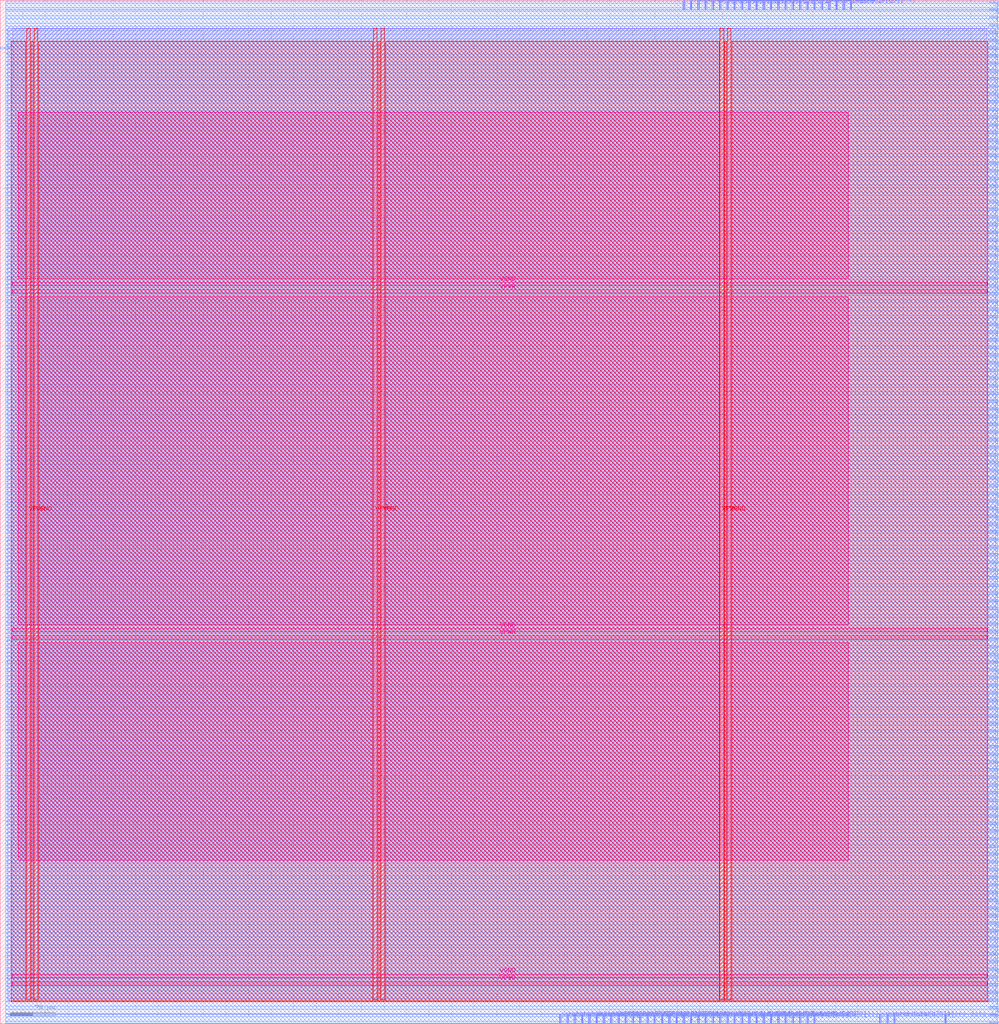
<source format=lef>
VERSION 5.7 ;
  NOWIREEXTENSIONATPIN ON ;
  DIVIDERCHAR "/" ;
  BUSBITCHARS "[]" ;
MACRO core
  CLASS BLOCK ;
  FOREIGN core ;
  ORIGIN 0.000 0.000 ;
  SIZE 442.620 BY 453.340 ;
  PIN VGND
    DIRECTION INOUT ;
    USE GROUND ;
    PORT
      LAYER met4 ;
        RECT 15.020 10.640 16.620 440.880 ;
    END
    PORT
      LAYER met4 ;
        RECT 168.620 10.640 170.220 440.880 ;
    END
    PORT
      LAYER met4 ;
        RECT 322.220 10.640 323.820 440.880 ;
    END
    PORT
      LAYER met5 ;
        RECT 5.280 20.380 437.240 21.980 ;
    END
    PORT
      LAYER met5 ;
        RECT 5.280 173.560 437.240 175.160 ;
    END
    PORT
      LAYER met5 ;
        RECT 5.280 326.740 437.240 328.340 ;
    END
  END VGND
  PIN VPWR
    DIRECTION INOUT ;
    USE POWER ;
    PORT
      LAYER met4 ;
        RECT 11.720 10.640 13.320 440.880 ;
    END
    PORT
      LAYER met4 ;
        RECT 165.320 10.640 166.920 440.880 ;
    END
    PORT
      LAYER met4 ;
        RECT 318.920 10.640 320.520 440.880 ;
    END
    PORT
      LAYER met5 ;
        RECT 5.280 17.080 437.240 18.680 ;
    END
    PORT
      LAYER met5 ;
        RECT 5.280 170.260 437.240 171.860 ;
    END
    PORT
      LAYER met5 ;
        RECT 5.280 323.440 437.240 325.040 ;
    END
  END VPWR
  PIN access_size_o[0]
    DIRECTION OUTPUT TRISTATE ;
    USE SIGNAL ;
    ANTENNADIFFAREA 0.445500 ;
    PORT
      LAYER met3 ;
        RECT 438.620 51.040 442.620 51.640 ;
    END
  END access_size_o[0]
  PIN access_size_o[1]
    DIRECTION OUTPUT TRISTATE ;
    USE SIGNAL ;
    ANTENNADIFFAREA 0.445500 ;
    PORT
      LAYER met3 ;
        RECT 438.620 20.440 442.620 21.040 ;
    END
  END access_size_o[1]
  PIN access_size_o[2]
    DIRECTION OUTPUT TRISTATE ;
    USE SIGNAL ;
    ANTENNADIFFAREA 0.891000 ;
    PORT
      LAYER met3 ;
        RECT 438.620 40.840 442.620 41.440 ;
    END
  END access_size_o[2]
  PIN adr_o[0]
    DIRECTION OUTPUT TRISTATE ;
    USE SIGNAL ;
    ANTENNADIFFAREA 0.445500 ;
    PORT
      LAYER met3 ;
        RECT 438.620 159.840 442.620 160.440 ;
    END
  END adr_o[0]
  PIN adr_o[10]
    DIRECTION OUTPUT TRISTATE ;
    USE SIGNAL ;
    ANTENNADIFFAREA 0.445500 ;
    PORT
      LAYER met3 ;
        RECT 438.620 180.240 442.620 180.840 ;
    END
  END adr_o[10]
  PIN adr_o[11]
    DIRECTION OUTPUT TRISTATE ;
    USE SIGNAL ;
    ANTENNADIFFAREA 0.795200 ;
    PORT
      LAYER met3 ;
        RECT 438.620 241.440 442.620 242.040 ;
    END
  END adr_o[11]
  PIN adr_o[12]
    DIRECTION OUTPUT TRISTATE ;
    USE SIGNAL ;
    ANTENNADIFFAREA 0.891000 ;
    PORT
      LAYER met3 ;
        RECT 438.620 47.640 442.620 48.240 ;
    END
  END adr_o[12]
  PIN adr_o[13]
    DIRECTION OUTPUT TRISTATE ;
    USE SIGNAL ;
    ANTENNADIFFAREA 0.795200 ;
    PORT
      LAYER met3 ;
        RECT 438.620 289.040 442.620 289.640 ;
    END
  END adr_o[13]
  PIN adr_o[14]
    DIRECTION OUTPUT TRISTATE ;
    USE SIGNAL ;
    ANTENNADIFFAREA 0.891000 ;
    PORT
      LAYER met3 ;
        RECT 438.620 306.040 442.620 306.640 ;
    END
  END adr_o[14]
  PIN adr_o[15]
    DIRECTION OUTPUT TRISTATE ;
    USE SIGNAL ;
    ANTENNADIFFAREA 0.795200 ;
    PORT
      LAYER met3 ;
        RECT 438.620 312.840 442.620 313.440 ;
    END
  END adr_o[15]
  PIN adr_o[16]
    DIRECTION OUTPUT TRISTATE ;
    USE SIGNAL ;
    ANTENNADIFFAREA 0.891000 ;
    PORT
      LAYER met3 ;
        RECT 438.620 323.040 442.620 323.640 ;
    END
  END adr_o[16]
  PIN adr_o[17]
    DIRECTION OUTPUT TRISTATE ;
    USE SIGNAL ;
    ANTENNADIFFAREA 0.445500 ;
    PORT
      LAYER met3 ;
        RECT 438.620 340.040 442.620 340.640 ;
    END
  END adr_o[17]
  PIN adr_o[18]
    DIRECTION OUTPUT TRISTATE ;
    USE SIGNAL ;
    ANTENNADIFFAREA 0.445500 ;
    PORT
      LAYER met3 ;
        RECT 438.620 333.240 442.620 333.840 ;
    END
  END adr_o[18]
  PIN adr_o[19]
    DIRECTION OUTPUT TRISTATE ;
    USE SIGNAL ;
    ANTENNADIFFAREA 0.445500 ;
    PORT
      LAYER met3 ;
        RECT 438.620 353.640 442.620 354.240 ;
    END
  END adr_o[19]
  PIN adr_o[1]
    DIRECTION OUTPUT TRISTATE ;
    USE SIGNAL ;
    ANTENNADIFFAREA 0.891000 ;
    PORT
      LAYER met3 ;
        RECT 438.620 153.040 442.620 153.640 ;
    END
  END adr_o[1]
  PIN adr_o[20]
    DIRECTION OUTPUT TRISTATE ;
    USE SIGNAL ;
    ANTENNADIFFAREA 0.445500 ;
    PORT
      LAYER met3 ;
        RECT 438.620 431.840 442.620 432.440 ;
    END
  END adr_o[20]
  PIN adr_o[21]
    DIRECTION OUTPUT TRISTATE ;
    USE SIGNAL ;
    ANTENNADIFFAREA 0.891000 ;
    PORT
      LAYER met3 ;
        RECT 438.620 448.840 442.620 449.440 ;
    END
  END adr_o[21]
  PIN adr_o[22]
    DIRECTION OUTPUT TRISTATE ;
    USE SIGNAL ;
    ANTENNADIFFAREA 0.445500 ;
    PORT
      LAYER met3 ;
        RECT 438.620 360.440 442.620 361.040 ;
    END
  END adr_o[22]
  PIN adr_o[23]
    DIRECTION OUTPUT TRISTATE ;
    USE SIGNAL ;
    ANTENNADIFFAREA 0.445500 ;
    PORT
      LAYER met3 ;
        RECT 438.620 387.640 442.620 388.240 ;
    END
  END adr_o[23]
  PIN adr_o[24]
    DIRECTION OUTPUT TRISTATE ;
    USE SIGNAL ;
    ANTENNADIFFAREA 0.445500 ;
    PORT
      LAYER met3 ;
        RECT 438.620 438.640 442.620 439.240 ;
    END
  END adr_o[24]
  PIN adr_o[25]
    DIRECTION OUTPUT TRISTATE ;
    USE SIGNAL ;
    ANTENNADIFFAREA 0.891000 ;
    PORT
      LAYER met2 ;
        RECT 351.070 449.340 351.350 453.340 ;
    END
  END adr_o[25]
  PIN adr_o[26]
    DIRECTION OUTPUT TRISTATE ;
    USE SIGNAL ;
    ANTENNADIFFAREA 0.891000 ;
    PORT
      LAYER met2 ;
        RECT 344.630 449.340 344.910 453.340 ;
    END
  END adr_o[26]
  PIN adr_o[27]
    DIRECTION OUTPUT TRISTATE ;
    USE SIGNAL ;
    ANTENNADIFFAREA 0.795200 ;
    PORT
      LAYER met2 ;
        RECT 341.410 449.340 341.690 453.340 ;
    END
  END adr_o[27]
  PIN adr_o[28]
    DIRECTION OUTPUT TRISTATE ;
    USE SIGNAL ;
    ANTENNADIFFAREA 0.795200 ;
    PORT
      LAYER met2 ;
        RECT 347.850 449.340 348.130 453.340 ;
    END
  END adr_o[28]
  PIN adr_o[29]
    DIRECTION OUTPUT TRISTATE ;
    USE SIGNAL ;
    ANTENNADIFFAREA 0.891000 ;
    PORT
      LAYER met3 ;
        RECT 438.620 445.440 442.620 446.040 ;
    END
  END adr_o[29]
  PIN adr_o[2]
    DIRECTION OUTPUT TRISTATE ;
    USE SIGNAL ;
    ANTENNADIFFAREA 0.445500 ;
    PORT
      LAYER met3 ;
        RECT 438.620 227.840 442.620 228.440 ;
    END
  END adr_o[2]
  PIN adr_o[30]
    DIRECTION OUTPUT TRISTATE ;
    USE SIGNAL ;
    ANTENNADIFFAREA 1.336500 ;
    PORT
      LAYER met3 ;
        RECT 438.620 408.040 442.620 408.640 ;
    END
  END adr_o[30]
  PIN adr_o[31]
    DIRECTION OUTPUT TRISTATE ;
    USE SIGNAL ;
    ANTENNADIFFAREA 1.782000 ;
    PORT
      LAYER met3 ;
        RECT 438.620 329.840 442.620 330.440 ;
    END
  END adr_o[31]
  PIN adr_o[3]
    DIRECTION OUTPUT TRISTATE ;
    USE SIGNAL ;
    ANTENNADIFFAREA 0.445500 ;
    PORT
      LAYER met3 ;
        RECT 438.620 224.440 442.620 225.040 ;
    END
  END adr_o[3]
  PIN adr_o[4]
    DIRECTION OUTPUT TRISTATE ;
    USE SIGNAL ;
    ANTENNADIFFAREA 0.445500 ;
    PORT
      LAYER met3 ;
        RECT 438.620 217.640 442.620 218.240 ;
    END
  END adr_o[4]
  PIN adr_o[5]
    DIRECTION OUTPUT TRISTATE ;
    USE SIGNAL ;
    ANTENNADIFFAREA 0.891000 ;
    PORT
      LAYER met3 ;
        RECT 438.620 221.040 442.620 221.640 ;
    END
  END adr_o[5]
  PIN adr_o[6]
    DIRECTION OUTPUT TRISTATE ;
    USE SIGNAL ;
    ANTENNADIFFAREA 0.891000 ;
    PORT
      LAYER met3 ;
        RECT 438.620 238.040 442.620 238.640 ;
    END
  END adr_o[6]
  PIN adr_o[7]
    DIRECTION OUTPUT TRISTATE ;
    USE SIGNAL ;
    ANTENNADIFFAREA 0.445500 ;
    PORT
      LAYER met3 ;
        RECT 438.620 231.240 442.620 231.840 ;
    END
  END adr_o[7]
  PIN adr_o[8]
    DIRECTION OUTPUT TRISTATE ;
    USE SIGNAL ;
    ANTENNADIFFAREA 0.445500 ;
    PORT
      LAYER met3 ;
        RECT 438.620 244.840 442.620 245.440 ;
    END
  END adr_o[8]
  PIN adr_o[9]
    DIRECTION OUTPUT TRISTATE ;
    USE SIGNAL ;
    ANTENNADIFFAREA 0.891000 ;
    PORT
      LAYER met3 ;
        RECT 438.620 268.640 442.620 269.240 ;
    END
  END adr_o[9]
  PIN adr_v_o
    DIRECTION OUTPUT TRISTATE ;
    USE SIGNAL ;
    ANTENNADIFFAREA 0.891000 ;
    PORT
      LAYER met3 ;
        RECT 438.620 3.440 442.620 4.040 ;
    END
  END adr_v_o
  PIN clk
    DIRECTION INPUT ;
    USE SIGNAL ;
    ANTENNAGATEAREA 0.852000 ;
    PORT
      LAYER met3 ;
        RECT 0.000 431.840 4.000 432.440 ;
    END
  END clk
  PIN icache_adr_o[0]
    DIRECTION OUTPUT TRISTATE ;
    USE SIGNAL ;
    ANTENNADIFFAREA 0.445500 ;
    PORT
      LAYER met3 ;
        RECT 438.620 204.040 442.620 204.640 ;
    END
  END icache_adr_o[0]
  PIN icache_adr_o[10]
    DIRECTION OUTPUT TRISTATE ;
    USE SIGNAL ;
    ANTENNADIFFAREA 0.891000 ;
    PORT
      LAYER met3 ;
        RECT 438.620 278.840 442.620 279.440 ;
    END
  END icache_adr_o[10]
  PIN icache_adr_o[11]
    DIRECTION OUTPUT TRISTATE ;
    USE SIGNAL ;
    ANTENNADIFFAREA 1.336500 ;
    PORT
      LAYER met3 ;
        RECT 438.620 285.640 442.620 286.240 ;
    END
  END icache_adr_o[11]
  PIN icache_adr_o[12]
    DIRECTION OUTPUT TRISTATE ;
    USE SIGNAL ;
    ANTENNADIFFAREA 0.891000 ;
    PORT
      LAYER met3 ;
        RECT 438.620 302.640 442.620 303.240 ;
    END
  END icache_adr_o[12]
  PIN icache_adr_o[13]
    DIRECTION OUTPUT TRISTATE ;
    USE SIGNAL ;
    ANTENNADIFFAREA 0.891000 ;
    PORT
      LAYER met3 ;
        RECT 438.620 435.240 442.620 435.840 ;
    END
  END icache_adr_o[13]
  PIN icache_adr_o[14]
    DIRECTION OUTPUT TRISTATE ;
    USE SIGNAL ;
    ANTENNADIFFAREA 0.795200 ;
    PORT
      LAYER met3 ;
        RECT 438.620 316.240 442.620 316.840 ;
    END
  END icache_adr_o[14]
  PIN icache_adr_o[15]
    DIRECTION OUTPUT TRISTATE ;
    USE SIGNAL ;
    ANTENNADIFFAREA 0.445500 ;
    PORT
      LAYER met3 ;
        RECT 438.620 414.840 442.620 415.440 ;
    END
  END icache_adr_o[15]
  PIN icache_adr_o[16]
    DIRECTION OUTPUT TRISTATE ;
    USE SIGNAL ;
    ANTENNADIFFAREA 0.891000 ;
    PORT
      LAYER met3 ;
        RECT 438.620 442.040 442.620 442.640 ;
    END
  END icache_adr_o[16]
  PIN icache_adr_o[17]
    DIRECTION OUTPUT TRISTATE ;
    USE SIGNAL ;
    ANTENNADIFFAREA 0.445500 ;
    PORT
      LAYER met3 ;
        RECT 438.620 401.240 442.620 401.840 ;
    END
  END icache_adr_o[17]
  PIN icache_adr_o[18]
    DIRECTION OUTPUT TRISTATE ;
    USE SIGNAL ;
    ANTENNADIFFAREA 0.445500 ;
    PORT
      LAYER met3 ;
        RECT 438.620 346.840 442.620 347.440 ;
    END
  END icache_adr_o[18]
  PIN icache_adr_o[19]
    DIRECTION OUTPUT TRISTATE ;
    USE SIGNAL ;
    ANTENNADIFFAREA 0.445500 ;
    PORT
      LAYER met3 ;
        RECT 438.620 394.440 442.620 395.040 ;
    END
  END icache_adr_o[19]
  PIN icache_adr_o[1]
    DIRECTION OUTPUT TRISTATE ;
    USE SIGNAL ;
    ANTENNADIFFAREA 0.445500 ;
    PORT
      LAYER met3 ;
        RECT 438.620 197.240 442.620 197.840 ;
    END
  END icache_adr_o[1]
  PIN icache_adr_o[20]
    DIRECTION OUTPUT TRISTATE ;
    USE SIGNAL ;
    ANTENNADIFFAREA 0.445500 ;
    PORT
      LAYER met3 ;
        RECT 438.620 411.440 442.620 412.040 ;
    END
  END icache_adr_o[20]
  PIN icache_adr_o[21]
    DIRECTION OUTPUT TRISTATE ;
    USE SIGNAL ;
    ANTENNADIFFAREA 0.891000 ;
    PORT
      LAYER met3 ;
        RECT 438.620 377.440 442.620 378.040 ;
    END
  END icache_adr_o[21]
  PIN icache_adr_o[22]
    DIRECTION OUTPUT TRISTATE ;
    USE SIGNAL ;
    ANTENNADIFFAREA 0.445500 ;
    PORT
      LAYER met3 ;
        RECT 438.620 397.840 442.620 398.440 ;
    END
  END icache_adr_o[22]
  PIN icache_adr_o[23]
    DIRECTION OUTPUT TRISTATE ;
    USE SIGNAL ;
    ANTENNADIFFAREA 0.445500 ;
    PORT
      LAYER met3 ;
        RECT 438.620 418.240 442.620 418.840 ;
    END
  END icache_adr_o[23]
  PIN icache_adr_o[24]
    DIRECTION OUTPUT TRISTATE ;
    USE SIGNAL ;
    ANTENNADIFFAREA 0.891000 ;
    PORT
      LAYER met2 ;
        RECT 376.830 449.340 377.110 453.340 ;
    END
  END icache_adr_o[24]
  PIN icache_adr_o[25]
    DIRECTION OUTPUT TRISTATE ;
    USE SIGNAL ;
    ANTENNADIFFAREA 0.445500 ;
    PORT
      LAYER met3 ;
        RECT 438.620 425.040 442.620 425.640 ;
    END
  END icache_adr_o[25]
  PIN icache_adr_o[26]
    DIRECTION OUTPUT TRISTATE ;
    USE SIGNAL ;
    ANTENNADIFFAREA 0.891000 ;
    PORT
      LAYER met2 ;
        RECT 370.390 449.340 370.670 453.340 ;
    END
  END icache_adr_o[26]
  PIN icache_adr_o[27]
    DIRECTION OUTPUT TRISTATE ;
    USE SIGNAL ;
    ANTENNADIFFAREA 0.795200 ;
    PORT
      LAYER met2 ;
        RECT 354.290 449.340 354.570 453.340 ;
    END
  END icache_adr_o[27]
  PIN icache_adr_o[28]
    DIRECTION OUTPUT TRISTATE ;
    USE SIGNAL ;
    ANTENNADIFFAREA 0.795200 ;
    PORT
      LAYER met2 ;
        RECT 367.170 449.340 367.450 453.340 ;
    END
  END icache_adr_o[28]
  PIN icache_adr_o[29]
    DIRECTION OUTPUT TRISTATE ;
    USE SIGNAL ;
    ANTENNADIFFAREA 0.445500 ;
    PORT
      LAYER met3 ;
        RECT 438.620 374.040 442.620 374.640 ;
    END
  END icache_adr_o[29]
  PIN icache_adr_o[2]
    DIRECTION OUTPUT TRISTATE ;
    USE SIGNAL ;
    ANTENNADIFFAREA 0.445500 ;
    PORT
      LAYER met3 ;
        RECT 438.620 207.440 442.620 208.040 ;
    END
  END icache_adr_o[2]
  PIN icache_adr_o[30]
    DIRECTION OUTPUT TRISTATE ;
    USE SIGNAL ;
    ANTENNADIFFAREA 1.336500 ;
    PORT
      LAYER met3 ;
        RECT 438.620 336.640 442.620 337.240 ;
    END
  END icache_adr_o[30]
  PIN icache_adr_o[31]
    DIRECTION OUTPUT TRISTATE ;
    USE SIGNAL ;
    ANTENNADIFFAREA 0.795200 ;
    PORT
      LAYER met3 ;
        RECT 438.620 326.440 442.620 327.040 ;
    END
  END icache_adr_o[31]
  PIN icache_adr_o[3]
    DIRECTION OUTPUT TRISTATE ;
    USE SIGNAL ;
    ANTENNADIFFAREA 0.445500 ;
    PORT
      LAYER met3 ;
        RECT 438.620 91.840 442.620 92.440 ;
    END
  END icache_adr_o[3]
  PIN icache_adr_o[4]
    DIRECTION OUTPUT TRISTATE ;
    USE SIGNAL ;
    ANTENNADIFFAREA 0.445500 ;
    PORT
      LAYER met3 ;
        RECT 438.620 44.240 442.620 44.840 ;
    END
  END icache_adr_o[4]
  PIN icache_adr_o[5]
    DIRECTION OUTPUT TRISTATE ;
    USE SIGNAL ;
    ANTENNADIFFAREA 0.445500 ;
    PORT
      LAYER met3 ;
        RECT 438.620 248.240 442.620 248.840 ;
    END
  END icache_adr_o[5]
  PIN icache_adr_o[6]
    DIRECTION OUTPUT TRISTATE ;
    USE SIGNAL ;
    ANTENNADIFFAREA 0.891000 ;
    PORT
      LAYER met3 ;
        RECT 438.620 88.440 442.620 89.040 ;
    END
  END icache_adr_o[6]
  PIN icache_adr_o[7]
    DIRECTION OUTPUT TRISTATE ;
    USE SIGNAL ;
    ANTENNADIFFAREA 0.795200 ;
    PORT
      LAYER met3 ;
        RECT 438.620 234.640 442.620 235.240 ;
    END
  END icache_adr_o[7]
  PIN icache_adr_o[8]
    DIRECTION OUTPUT TRISTATE ;
    USE SIGNAL ;
    ANTENNADIFFAREA 0.891000 ;
    PORT
      LAYER met3 ;
        RECT 438.620 255.040 442.620 255.640 ;
    END
  END icache_adr_o[8]
  PIN icache_adr_o[9]
    DIRECTION OUTPUT TRISTATE ;
    USE SIGNAL ;
    ANTENNADIFFAREA 0.891000 ;
    PORT
      LAYER met3 ;
        RECT 438.620 272.040 442.620 272.640 ;
    END
  END icache_adr_o[9]
  PIN icache_instr_i[0]
    DIRECTION INPUT ;
    USE SIGNAL ;
    ANTENNAGATEAREA 0.196500 ;
    PORT
      LAYER met2 ;
        RECT 299.550 0.000 299.830 4.000 ;
    END
  END icache_instr_i[0]
  PIN icache_instr_i[10]
    DIRECTION INPUT ;
    USE SIGNAL ;
    ANTENNAGATEAREA 0.126000 ;
    PORT
      LAYER met2 ;
        RECT 248.030 0.000 248.310 4.000 ;
    END
  END icache_instr_i[10]
  PIN icache_instr_i[11]
    DIRECTION INPUT ;
    USE SIGNAL ;
    ANTENNAGATEAREA 0.213000 ;
    PORT
      LAYER met3 ;
        RECT 438.620 85.040 442.620 85.640 ;
    END
  END icache_instr_i[11]
  PIN icache_instr_i[12]
    DIRECTION INPUT ;
    USE SIGNAL ;
    ANTENNAGATEAREA 0.196500 ;
    PORT
      LAYER met2 ;
        RECT 289.890 0.000 290.170 4.000 ;
    END
  END icache_instr_i[12]
  PIN icache_instr_i[13]
    DIRECTION INPUT ;
    USE SIGNAL ;
    ANTENNAGATEAREA 0.196500 ;
    PORT
      LAYER met2 ;
        RECT 251.250 0.000 251.530 4.000 ;
    END
  END icache_instr_i[13]
  PIN icache_instr_i[14]
    DIRECTION INPUT ;
    USE SIGNAL ;
    ANTENNAGATEAREA 0.196500 ;
    PORT
      LAYER met2 ;
        RECT 296.330 0.000 296.610 4.000 ;
    END
  END icache_instr_i[14]
  PIN icache_instr_i[15]
    DIRECTION INPUT ;
    USE SIGNAL ;
    ANTENNAGATEAREA 0.213000 ;
    PORT
      LAYER met3 ;
        RECT 438.620 34.040 442.620 34.640 ;
    END
  END icache_instr_i[15]
  PIN icache_instr_i[16]
    DIRECTION INPUT ;
    USE SIGNAL ;
    ANTENNAGATEAREA 0.159000 ;
    PORT
      LAYER met3 ;
        RECT 438.620 10.240 442.620 10.840 ;
    END
  END icache_instr_i[16]
  PIN icache_instr_i[17]
    DIRECTION INPUT ;
    USE SIGNAL ;
    ANTENNAGATEAREA 0.159000 ;
    PORT
      LAYER met3 ;
        RECT 438.620 17.040 442.620 17.640 ;
    END
  END icache_instr_i[17]
  PIN icache_instr_i[18]
    DIRECTION INPUT ;
    USE SIGNAL ;
    ANTENNAGATEAREA 0.159000 ;
    PORT
      LAYER met3 ;
        RECT 438.620 64.640 442.620 65.240 ;
    END
  END icache_instr_i[18]
  PIN icache_instr_i[19]
    DIRECTION INPUT ;
    USE SIGNAL ;
    ANTENNAGATEAREA 0.159000 ;
    PORT
      LAYER met3 ;
        RECT 438.620 27.240 442.620 27.840 ;
    END
  END icache_instr_i[19]
  PIN icache_instr_i[1]
    DIRECTION INPUT ;
    USE SIGNAL ;
    ANTENNAGATEAREA 0.196500 ;
    PORT
      LAYER met2 ;
        RECT 312.430 0.000 312.710 4.000 ;
    END
  END icache_instr_i[1]
  PIN icache_instr_i[20]
    DIRECTION INPUT ;
    USE SIGNAL ;
    ANTENNAGATEAREA 0.196500 ;
    PORT
      LAYER met2 ;
        RECT 286.670 0.000 286.950 4.000 ;
    END
  END icache_instr_i[20]
  PIN icache_instr_i[21]
    DIRECTION INPUT ;
    USE SIGNAL ;
    ANTENNAGATEAREA 0.196500 ;
    PORT
      LAYER met2 ;
        RECT 260.910 0.000 261.190 4.000 ;
    END
  END icache_instr_i[21]
  PIN icache_instr_i[22]
    DIRECTION INPUT ;
    USE SIGNAL ;
    ANTENNAGATEAREA 0.196500 ;
    PORT
      LAYER met2 ;
        RECT 270.570 0.000 270.850 4.000 ;
    END
  END icache_instr_i[22]
  PIN icache_instr_i[23]
    DIRECTION INPUT ;
    USE SIGNAL ;
    ANTENNAGATEAREA 0.213000 ;
    PORT
      LAYER met2 ;
        RECT 267.350 0.000 267.630 4.000 ;
    END
  END icache_instr_i[23]
  PIN icache_instr_i[24]
    DIRECTION INPUT ;
    USE SIGNAL ;
    ANTENNAGATEAREA 0.196500 ;
    PORT
      LAYER met2 ;
        RECT 264.130 0.000 264.410 4.000 ;
    END
  END icache_instr_i[24]
  PIN icache_instr_i[25]
    DIRECTION INPUT ;
    USE SIGNAL ;
    ANTENNAGATEAREA 0.213000 ;
    PORT
      LAYER met3 ;
        RECT 438.620 74.840 442.620 75.440 ;
    END
  END icache_instr_i[25]
  PIN icache_instr_i[26]
    DIRECTION INPUT ;
    USE SIGNAL ;
    ANTENNAGATEAREA 0.213000 ;
    PORT
      LAYER met3 ;
        RECT 438.620 95.240 442.620 95.840 ;
    END
  END icache_instr_i[26]
  PIN icache_instr_i[27]
    DIRECTION INPUT ;
    USE SIGNAL ;
    ANTENNAGATEAREA 0.196500 ;
    PORT
      LAYER met2 ;
        RECT 283.450 0.000 283.730 4.000 ;
    END
  END icache_instr_i[27]
  PIN icache_instr_i[28]
    DIRECTION INPUT ;
    USE SIGNAL ;
    ANTENNAGATEAREA 0.196500 ;
    PORT
      LAYER met2 ;
        RECT 273.790 0.000 274.070 4.000 ;
    END
  END icache_instr_i[28]
  PIN icache_instr_i[29]
    DIRECTION INPUT ;
    USE SIGNAL ;
    ANTENNAGATEAREA 0.196500 ;
    PORT
      LAYER met2 ;
        RECT 305.990 0.000 306.270 4.000 ;
    END
  END icache_instr_i[29]
  PIN icache_instr_i[2]
    DIRECTION INPUT ;
    USE SIGNAL ;
    ANTENNAGATEAREA 0.196500 ;
    PORT
      LAYER met2 ;
        RECT 309.210 0.000 309.490 4.000 ;
    END
  END icache_instr_i[2]
  PIN icache_instr_i[30]
    DIRECTION INPUT ;
    USE SIGNAL ;
    ANTENNAGATEAREA 0.196500 ;
    PORT
      LAYER met2 ;
        RECT 277.010 0.000 277.290 4.000 ;
    END
  END icache_instr_i[30]
  PIN icache_instr_i[31]
    DIRECTION INPUT ;
    USE SIGNAL ;
    ANTENNAGATEAREA 0.196500 ;
    PORT
      LAYER met2 ;
        RECT 280.230 0.000 280.510 4.000 ;
    END
  END icache_instr_i[31]
  PIN icache_instr_i[3]
    DIRECTION INPUT ;
    USE SIGNAL ;
    ANTENNAGATEAREA 0.196500 ;
    PORT
      LAYER met2 ;
        RECT 315.650 0.000 315.930 4.000 ;
    END
  END icache_instr_i[3]
  PIN icache_instr_i[4]
    DIRECTION INPUT ;
    USE SIGNAL ;
    ANTENNAGATEAREA 0.196500 ;
    PORT
      LAYER met2 ;
        RECT 293.110 0.000 293.390 4.000 ;
    END
  END icache_instr_i[4]
  PIN icache_instr_i[5]
    DIRECTION INPUT ;
    USE SIGNAL ;
    ANTENNAGATEAREA 0.196500 ;
    PORT
      LAYER met2 ;
        RECT 302.770 0.000 303.050 4.000 ;
    END
  END icache_instr_i[5]
  PIN icache_instr_i[6]
    DIRECTION INPUT ;
    USE SIGNAL ;
    ANTENNAGATEAREA 0.196500 ;
    PORT
      LAYER met2 ;
        RECT 254.470 0.000 254.750 4.000 ;
    END
  END icache_instr_i[6]
  PIN icache_instr_i[7]
    DIRECTION INPUT ;
    USE SIGNAL ;
    ANTENNAGATEAREA 0.196500 ;
    PORT
      LAYER met2 ;
        RECT 257.690 0.000 257.970 4.000 ;
    END
  END icache_instr_i[7]
  PIN icache_instr_i[8]
    DIRECTION INPUT ;
    USE SIGNAL ;
    ANTENNAGATEAREA 0.126000 ;
    PORT
      LAYER met3 ;
        RECT 438.620 183.640 442.620 184.240 ;
    END
  END icache_instr_i[8]
  PIN icache_instr_i[9]
    DIRECTION INPUT ;
    USE SIGNAL ;
    ANTENNAGATEAREA 0.126000 ;
    PORT
      LAYER met3 ;
        RECT 438.620 187.040 442.620 187.640 ;
    END
  END icache_instr_i[9]
  PIN is_store_o
    DIRECTION OUTPUT TRISTATE ;
    USE SIGNAL ;
    ANTENNADIFFAREA 0.445500 ;
    PORT
      LAYER met3 ;
        RECT 438.620 193.840 442.620 194.440 ;
    END
  END is_store_o
  PIN load_data_i[0]
    DIRECTION INPUT ;
    USE SIGNAL ;
    ANTENNAGATEAREA 0.196500 ;
    PORT
      LAYER met3 ;
        RECT 438.620 119.040 442.620 119.640 ;
    END
  END load_data_i[0]
  PIN load_data_i[10]
    DIRECTION INPUT ;
    USE SIGNAL ;
    ANTENNAGATEAREA 0.196500 ;
    PORT
      LAYER met3 ;
        RECT 438.620 170.040 442.620 170.640 ;
    END
  END load_data_i[10]
  PIN load_data_i[11]
    DIRECTION INPUT ;
    USE SIGNAL ;
    ANTENNAGATEAREA 0.196500 ;
    PORT
      LAYER met3 ;
        RECT 438.620 142.840 442.620 143.440 ;
    END
  END load_data_i[11]
  PIN load_data_i[12]
    DIRECTION INPUT ;
    USE SIGNAL ;
    ANTENNAGATEAREA 0.196500 ;
    PORT
      LAYER met3 ;
        RECT 438.620 163.240 442.620 163.840 ;
    END
  END load_data_i[12]
  PIN load_data_i[13]
    DIRECTION INPUT ;
    USE SIGNAL ;
    ANTENNAGATEAREA 0.196500 ;
    PORT
      LAYER met3 ;
        RECT 438.620 156.440 442.620 157.040 ;
    END
  END load_data_i[13]
  PIN load_data_i[14]
    DIRECTION INPUT ;
    USE SIGNAL ;
    ANTENNAGATEAREA 0.126000 ;
    PORT
      LAYER met3 ;
        RECT 438.620 122.440 442.620 123.040 ;
    END
  END load_data_i[14]
  PIN load_data_i[15]
    DIRECTION INPUT ;
    USE SIGNAL ;
    ANTENNAGATEAREA 0.213000 ;
    PORT
      LAYER met3 ;
        RECT 438.620 112.240 442.620 112.840 ;
    END
  END load_data_i[15]
  PIN load_data_i[16]
    DIRECTION INPUT ;
    USE SIGNAL ;
    ANTENNAGATEAREA 0.213000 ;
    PORT
      LAYER met3 ;
        RECT 438.620 98.640 442.620 99.240 ;
    END
  END load_data_i[16]
  PIN load_data_i[17]
    DIRECTION INPUT ;
    USE SIGNAL ;
    ANTENNAGATEAREA 0.213000 ;
    PORT
      LAYER met3 ;
        RECT 438.620 54.440 442.620 55.040 ;
    END
  END load_data_i[17]
  PIN load_data_i[18]
    DIRECTION INPUT ;
    USE SIGNAL ;
    ANTENNAGATEAREA 0.213000 ;
    PORT
      LAYER met3 ;
        RECT 438.620 68.040 442.620 68.640 ;
    END
  END load_data_i[18]
  PIN load_data_i[19]
    DIRECTION INPUT ;
    USE SIGNAL ;
    ANTENNAGATEAREA 0.126000 ;
    PORT
      LAYER met3 ;
        RECT 438.620 132.640 442.620 133.240 ;
    END
  END load_data_i[19]
  PIN load_data_i[1]
    DIRECTION INPUT ;
    USE SIGNAL ;
    ANTENNAGATEAREA 0.196500 ;
    PORT
      LAYER met3 ;
        RECT 438.620 146.240 442.620 146.840 ;
    END
  END load_data_i[1]
  PIN load_data_i[20]
    DIRECTION INPUT ;
    USE SIGNAL ;
    ANTENNAGATEAREA 0.159000 ;
    PORT
      LAYER met3 ;
        RECT 438.620 30.640 442.620 31.240 ;
    END
  END load_data_i[20]
  PIN load_data_i[21]
    DIRECTION INPUT ;
    USE SIGNAL ;
    ANTENNAGATEAREA 0.213000 ;
    PORT
      LAYER met3 ;
        RECT 438.620 81.640 442.620 82.240 ;
    END
  END load_data_i[21]
  PIN load_data_i[22]
    DIRECTION INPUT ;
    USE SIGNAL ;
    ANTENNAGATEAREA 0.213000 ;
    PORT
      LAYER met3 ;
        RECT 438.620 71.440 442.620 72.040 ;
    END
  END load_data_i[22]
  PIN load_data_i[23]
    DIRECTION INPUT ;
    USE SIGNAL ;
    ANTENNAGATEAREA 0.247500 ;
    PORT
      LAYER met3 ;
        RECT 438.620 23.840 442.620 24.440 ;
    END
  END load_data_i[23]
  PIN load_data_i[24]
    DIRECTION INPUT ;
    USE SIGNAL ;
    ANTENNAGATEAREA 0.213000 ;
    PORT
      LAYER met3 ;
        RECT 438.620 78.240 442.620 78.840 ;
    END
  END load_data_i[24]
  PIN load_data_i[25]
    DIRECTION INPUT ;
    USE SIGNAL ;
    ANTENNAGATEAREA 0.159000 ;
    PORT
      LAYER met3 ;
        RECT 438.620 61.240 442.620 61.840 ;
    END
  END load_data_i[25]
  PIN load_data_i[26]
    DIRECTION INPUT ;
    USE SIGNAL ;
    ANTENNAGATEAREA 0.213000 ;
    PORT
      LAYER met3 ;
        RECT 438.620 105.440 442.620 106.040 ;
    END
  END load_data_i[26]
  PIN load_data_i[27]
    DIRECTION INPUT ;
    USE SIGNAL ;
    ANTENNAGATEAREA 0.159000 ;
    PORT
      LAYER met3 ;
        RECT 438.620 57.840 442.620 58.440 ;
    END
  END load_data_i[27]
  PIN load_data_i[28]
    DIRECTION INPUT ;
    USE SIGNAL ;
    ANTENNAGATEAREA 0.159000 ;
    PORT
      LAYER met3 ;
        RECT 438.620 37.440 442.620 38.040 ;
    END
  END load_data_i[28]
  PIN load_data_i[29]
    DIRECTION INPUT ;
    USE SIGNAL ;
    ANTENNAGATEAREA 0.213000 ;
    PORT
      LAYER met3 ;
        RECT 438.620 125.840 442.620 126.440 ;
    END
  END load_data_i[29]
  PIN load_data_i[2]
    DIRECTION INPUT ;
    USE SIGNAL ;
    ANTENNAGATEAREA 0.196500 ;
    PORT
      LAYER met3 ;
        RECT 438.620 176.840 442.620 177.440 ;
    END
  END load_data_i[2]
  PIN load_data_i[30]
    DIRECTION INPUT ;
    USE SIGNAL ;
    ANTENNAGATEAREA 0.159000 ;
    PORT
      LAYER met3 ;
        RECT 438.620 6.840 442.620 7.440 ;
    END
  END load_data_i[30]
  PIN load_data_i[31]
    DIRECTION INPUT ;
    USE SIGNAL ;
    ANTENNAGATEAREA 0.159000 ;
    PORT
      LAYER met3 ;
        RECT 438.620 108.840 442.620 109.440 ;
    END
  END load_data_i[31]
  PIN load_data_i[3]
    DIRECTION INPUT ;
    USE SIGNAL ;
    ANTENNAGATEAREA 0.196500 ;
    PORT
      LAYER met3 ;
        RECT 438.620 139.440 442.620 140.040 ;
    END
  END load_data_i[3]
  PIN load_data_i[4]
    DIRECTION INPUT ;
    USE SIGNAL ;
    ANTENNAGATEAREA 0.196500 ;
    PORT
      LAYER met3 ;
        RECT 438.620 166.640 442.620 167.240 ;
    END
  END load_data_i[4]
  PIN load_data_i[5]
    DIRECTION INPUT ;
    USE SIGNAL ;
    ANTENNAGATEAREA 0.196500 ;
    PORT
      LAYER met3 ;
        RECT 438.620 136.040 442.620 136.640 ;
    END
  END load_data_i[5]
  PIN load_data_i[6]
    DIRECTION INPUT ;
    USE SIGNAL ;
    ANTENNAGATEAREA 0.196500 ;
    PORT
      LAYER met3 ;
        RECT 438.620 129.240 442.620 129.840 ;
    END
  END load_data_i[6]
  PIN load_data_i[7]
    DIRECTION INPUT ;
    USE SIGNAL ;
    ANTENNAGATEAREA 0.213000 ;
    PORT
      LAYER met3 ;
        RECT 438.620 102.040 442.620 102.640 ;
    END
  END load_data_i[7]
  PIN load_data_i[8]
    DIRECTION INPUT ;
    USE SIGNAL ;
    ANTENNAGATEAREA 0.196500 ;
    PORT
      LAYER met3 ;
        RECT 438.620 173.440 442.620 174.040 ;
    END
  END load_data_i[8]
  PIN load_data_i[9]
    DIRECTION INPUT ;
    USE SIGNAL ;
    ANTENNAGATEAREA 0.126000 ;
    PORT
      LAYER met3 ;
        RECT 438.620 149.640 442.620 150.240 ;
    END
  END load_data_i[9]
  PIN reset_adr_i[0]
    DIRECTION INPUT ;
    USE SIGNAL ;
    ANTENNAGATEAREA 0.196500 ;
    PORT
      LAYER met3 ;
        RECT 438.620 200.640 442.620 201.240 ;
    END
  END reset_adr_i[0]
  PIN reset_adr_i[10]
    DIRECTION INPUT ;
    USE SIGNAL ;
    ANTENNAGATEAREA 0.196500 ;
    PORT
      LAYER met3 ;
        RECT 438.620 282.240 442.620 282.840 ;
    END
  END reset_adr_i[10]
  PIN reset_adr_i[11]
    DIRECTION INPUT ;
    USE SIGNAL ;
    ANTENNAGATEAREA 0.196500 ;
    PORT
      LAYER met3 ;
        RECT 438.620 299.240 442.620 299.840 ;
    END
  END reset_adr_i[11]
  PIN reset_adr_i[12]
    DIRECTION INPUT ;
    USE SIGNAL ;
    ANTENNAGATEAREA 0.196500 ;
    PORT
      LAYER met3 ;
        RECT 438.620 295.840 442.620 296.440 ;
    END
  END reset_adr_i[12]
  PIN reset_adr_i[13]
    DIRECTION INPUT ;
    USE SIGNAL ;
    ANTENNAGATEAREA 0.196500 ;
    PORT
      LAYER met3 ;
        RECT 438.620 309.440 442.620 310.040 ;
    END
  END reset_adr_i[13]
  PIN reset_adr_i[14]
    DIRECTION INPUT ;
    USE SIGNAL ;
    ANTENNAGATEAREA 0.196500 ;
    PORT
      LAYER met3 ;
        RECT 438.620 319.640 442.620 320.240 ;
    END
  END reset_adr_i[14]
  PIN reset_adr_i[15]
    DIRECTION INPUT ;
    USE SIGNAL ;
    ANTENNAGATEAREA 0.196500 ;
    PORT
      LAYER met3 ;
        RECT 438.620 391.040 442.620 391.640 ;
    END
  END reset_adr_i[15]
  PIN reset_adr_i[16]
    DIRECTION INPUT ;
    USE SIGNAL ;
    ANTENNAGATEAREA 0.196500 ;
    PORT
      LAYER met3 ;
        RECT 438.620 384.240 442.620 384.840 ;
    END
  END reset_adr_i[16]
  PIN reset_adr_i[17]
    DIRECTION INPUT ;
    USE SIGNAL ;
    ANTENNAGATEAREA 0.196500 ;
    PORT
      LAYER met3 ;
        RECT 438.620 357.040 442.620 357.640 ;
    END
  END reset_adr_i[17]
  PIN reset_adr_i[18]
    DIRECTION INPUT ;
    USE SIGNAL ;
    ANTENNAGATEAREA 0.196500 ;
    PORT
      LAYER met3 ;
        RECT 438.620 370.640 442.620 371.240 ;
    END
  END reset_adr_i[18]
  PIN reset_adr_i[19]
    DIRECTION INPUT ;
    USE SIGNAL ;
    ANTENNAGATEAREA 0.196500 ;
    PORT
      LAYER met3 ;
        RECT 438.620 428.440 442.620 429.040 ;
    END
  END reset_adr_i[19]
  PIN reset_adr_i[1]
    DIRECTION INPUT ;
    USE SIGNAL ;
    ANTENNAGATEAREA 0.196500 ;
    PORT
      LAYER met3 ;
        RECT 438.620 210.840 442.620 211.440 ;
    END
  END reset_adr_i[1]
  PIN reset_adr_i[20]
    DIRECTION INPUT ;
    USE SIGNAL ;
    ANTENNAGATEAREA 0.196500 ;
    PORT
      LAYER met3 ;
        RECT 438.620 404.640 442.620 405.240 ;
    END
  END reset_adr_i[20]
  PIN reset_adr_i[21]
    DIRECTION INPUT ;
    USE SIGNAL ;
    ANTENNAGATEAREA 0.196500 ;
    PORT
      LAYER met3 ;
        RECT 438.620 367.240 442.620 367.840 ;
    END
  END reset_adr_i[21]
  PIN reset_adr_i[22]
    DIRECTION INPUT ;
    USE SIGNAL ;
    ANTENNAGATEAREA 0.196500 ;
    PORT
      LAYER met3 ;
        RECT 438.620 380.840 442.620 381.440 ;
    END
  END reset_adr_i[22]
  PIN reset_adr_i[23]
    DIRECTION INPUT ;
    USE SIGNAL ;
    ANTENNAGATEAREA 0.196500 ;
    PORT
      LAYER met3 ;
        RECT 438.620 452.240 442.620 452.840 ;
    END
  END reset_adr_i[23]
  PIN reset_adr_i[24]
    DIRECTION INPUT ;
    USE SIGNAL ;
    ANTENNAGATEAREA 0.196500 ;
    PORT
      LAYER met2 ;
        RECT 373.610 449.340 373.890 453.340 ;
    END
  END reset_adr_i[24]
  PIN reset_adr_i[25]
    DIRECTION INPUT ;
    USE SIGNAL ;
    ANTENNAGATEAREA 0.196500 ;
    PORT
      LAYER met3 ;
        RECT 438.620 421.640 442.620 422.240 ;
    END
  END reset_adr_i[25]
  PIN reset_adr_i[26]
    DIRECTION INPUT ;
    USE SIGNAL ;
    ANTENNAGATEAREA 0.196500 ;
    PORT
      LAYER met2 ;
        RECT 360.730 449.340 361.010 453.340 ;
    END
  END reset_adr_i[26]
  PIN reset_adr_i[27]
    DIRECTION INPUT ;
    USE SIGNAL ;
    ANTENNAGATEAREA 0.196500 ;
    PORT
      LAYER met2 ;
        RECT 357.510 449.340 357.790 453.340 ;
    END
  END reset_adr_i[27]
  PIN reset_adr_i[28]
    DIRECTION INPUT ;
    USE SIGNAL ;
    ANTENNAGATEAREA 0.196500 ;
    PORT
      LAYER met2 ;
        RECT 363.950 449.340 364.230 453.340 ;
    END
  END reset_adr_i[28]
  PIN reset_adr_i[29]
    DIRECTION INPUT ;
    USE SIGNAL ;
    ANTENNAGATEAREA 0.196500 ;
    PORT
      LAYER met3 ;
        RECT 438.620 350.240 442.620 350.840 ;
    END
  END reset_adr_i[29]
  PIN reset_adr_i[2]
    DIRECTION INPUT ;
    USE SIGNAL ;
    ANTENNAGATEAREA 0.196500 ;
    PORT
      LAYER met3 ;
        RECT 438.620 190.440 442.620 191.040 ;
    END
  END reset_adr_i[2]
  PIN reset_adr_i[30]
    DIRECTION INPUT ;
    USE SIGNAL ;
    ANTENNAGATEAREA 0.196500 ;
    PORT
      LAYER met3 ;
        RECT 438.620 343.440 442.620 344.040 ;
    END
  END reset_adr_i[30]
  PIN reset_adr_i[31]
    DIRECTION INPUT ;
    USE SIGNAL ;
    ANTENNAGATEAREA 0.196500 ;
    PORT
      LAYER met3 ;
        RECT 438.620 363.840 442.620 364.440 ;
    END
  END reset_adr_i[31]
  PIN reset_adr_i[3]
    DIRECTION INPUT ;
    USE SIGNAL ;
    ANTENNAGATEAREA 0.159000 ;
    PORT
      LAYER met3 ;
        RECT 438.620 13.640 442.620 14.240 ;
    END
  END reset_adr_i[3]
  PIN reset_adr_i[4]
    DIRECTION INPUT ;
    USE SIGNAL ;
    ANTENNAGATEAREA 0.196500 ;
    PORT
      LAYER met3 ;
        RECT 438.620 265.240 442.620 265.840 ;
    END
  END reset_adr_i[4]
  PIN reset_adr_i[5]
    DIRECTION INPUT ;
    USE SIGNAL ;
    ANTENNAGATEAREA 0.196500 ;
    PORT
      LAYER met3 ;
        RECT 438.620 251.640 442.620 252.240 ;
    END
  END reset_adr_i[5]
  PIN reset_adr_i[6]
    DIRECTION INPUT ;
    USE SIGNAL ;
    ANTENNAGATEAREA 0.196500 ;
    PORT
      LAYER met3 ;
        RECT 438.620 292.440 442.620 293.040 ;
    END
  END reset_adr_i[6]
  PIN reset_adr_i[7]
    DIRECTION INPUT ;
    USE SIGNAL ;
    ANTENNAGATEAREA 0.196500 ;
    PORT
      LAYER met3 ;
        RECT 438.620 258.440 442.620 259.040 ;
    END
  END reset_adr_i[7]
  PIN reset_adr_i[8]
    DIRECTION INPUT ;
    USE SIGNAL ;
    ANTENNAGATEAREA 0.196500 ;
    PORT
      LAYER met3 ;
        RECT 438.620 261.840 442.620 262.440 ;
    END
  END reset_adr_i[8]
  PIN reset_adr_i[9]
    DIRECTION INPUT ;
    USE SIGNAL ;
    ANTENNAGATEAREA 0.196500 ;
    PORT
      LAYER met3 ;
        RECT 438.620 275.440 442.620 276.040 ;
    END
  END reset_adr_i[9]
  PIN reset_n
    DIRECTION INPUT ;
    USE SIGNAL ;
    ANTENNAGATEAREA 0.196500 ;
    PORT
      LAYER met3 ;
        RECT 438.620 0.040 442.620 0.640 ;
    END
  END reset_n
  PIN store_data_o[0]
    DIRECTION OUTPUT TRISTATE ;
    USE SIGNAL ;
    ANTENNADIFFAREA 0.891000 ;
    PORT
      LAYER met3 ;
        RECT 438.620 214.240 442.620 214.840 ;
    END
  END store_data_o[0]
  PIN store_data_o[10]
    DIRECTION OUTPUT TRISTATE ;
    USE SIGNAL ;
    ANTENNADIFFAREA 0.445500 ;
    PORT
      LAYER met3 ;
        RECT 438.620 115.640 442.620 116.240 ;
    END
  END store_data_o[10]
  PIN store_data_o[11]
    DIRECTION OUTPUT TRISTATE ;
    USE SIGNAL ;
    ANTENNADIFFAREA 0.795200 ;
    PORT
      LAYER met2 ;
        RECT 360.730 0.000 361.010 4.000 ;
    END
  END store_data_o[11]
  PIN store_data_o[12]
    DIRECTION OUTPUT TRISTATE ;
    USE SIGNAL ;
    ANTENNADIFFAREA 0.795200 ;
    PORT
      LAYER met2 ;
        RECT 347.850 0.000 348.130 4.000 ;
    END
  END store_data_o[12]
  PIN store_data_o[13]
    DIRECTION OUTPUT TRISTATE ;
    USE SIGNAL ;
    ANTENNADIFFAREA 0.795200 ;
    PORT
      LAYER met2 ;
        RECT 341.410 0.000 341.690 4.000 ;
    END
  END store_data_o[13]
  PIN store_data_o[14]
    DIRECTION OUTPUT TRISTATE ;
    USE SIGNAL ;
    ANTENNADIFFAREA 0.795200 ;
    PORT
      LAYER met2 ;
        RECT 325.310 0.000 325.590 4.000 ;
    END
  END store_data_o[14]
  PIN store_data_o[15]
    DIRECTION OUTPUT TRISTATE ;
    USE SIGNAL ;
    ANTENNADIFFAREA 0.795200 ;
    PORT
      LAYER met2 ;
        RECT 322.090 0.000 322.370 4.000 ;
    END
  END store_data_o[15]
  PIN store_data_o[16]
    DIRECTION OUTPUT TRISTATE ;
    USE SIGNAL ;
    ANTENNADIFFAREA 0.795200 ;
    PORT
      LAYER met2 ;
        RECT 318.870 0.000 319.150 4.000 ;
    END
  END store_data_o[16]
  PIN store_data_o[17]
    DIRECTION OUTPUT TRISTATE ;
    USE SIGNAL ;
    ANTENNADIFFAREA 0.795200 ;
    PORT
      LAYER met2 ;
        RECT 328.530 0.000 328.810 4.000 ;
    END
  END store_data_o[17]
  PIN store_data_o[18]
    DIRECTION OUTPUT TRISTATE ;
    USE SIGNAL ;
    ANTENNADIFFAREA 0.795200 ;
    PORT
      LAYER met2 ;
        RECT 331.750 0.000 332.030 4.000 ;
    END
  END store_data_o[18]
  PIN store_data_o[19]
    DIRECTION OUTPUT TRISTATE ;
    USE SIGNAL ;
    ANTENNADIFFAREA 0.891000 ;
    PORT
      LAYER met2 ;
        RECT 351.070 0.000 351.350 4.000 ;
    END
  END store_data_o[19]
  PIN store_data_o[1]
    DIRECTION OUTPUT TRISTATE ;
    USE SIGNAL ;
    ANTENNADIFFAREA 0.795200 ;
    PORT
      LAYER met2 ;
        RECT 389.710 0.000 389.990 4.000 ;
    END
  END store_data_o[1]
  PIN store_data_o[20]
    DIRECTION OUTPUT TRISTATE ;
    USE SIGNAL ;
    ANTENNADIFFAREA 0.795200 ;
    PORT
      LAYER met2 ;
        RECT 338.190 449.340 338.470 453.340 ;
    END
  END store_data_o[20]
  PIN store_data_o[21]
    DIRECTION OUTPUT TRISTATE ;
    USE SIGNAL ;
    ANTENNADIFFAREA 0.795200 ;
    PORT
      LAYER met2 ;
        RECT 331.750 449.340 332.030 453.340 ;
    END
  END store_data_o[21]
  PIN store_data_o[22]
    DIRECTION OUTPUT TRISTATE ;
    USE SIGNAL ;
    ANTENNADIFFAREA 0.891000 ;
    PORT
      LAYER met2 ;
        RECT 302.770 449.340 303.050 453.340 ;
    END
  END store_data_o[22]
  PIN store_data_o[23]
    DIRECTION OUTPUT TRISTATE ;
    USE SIGNAL ;
    ANTENNADIFFAREA 0.891000 ;
    PORT
      LAYER met2 ;
        RECT 315.650 449.340 315.930 453.340 ;
    END
  END store_data_o[23]
  PIN store_data_o[24]
    DIRECTION OUTPUT TRISTATE ;
    USE SIGNAL ;
    ANTENNADIFFAREA 0.795200 ;
    PORT
      LAYER met2 ;
        RECT 318.870 449.340 319.150 453.340 ;
    END
  END store_data_o[24]
  PIN store_data_o[25]
    DIRECTION OUTPUT TRISTATE ;
    USE SIGNAL ;
    ANTENNADIFFAREA 0.795200 ;
    PORT
      LAYER met2 ;
        RECT 305.990 449.340 306.270 453.340 ;
    END
  END store_data_o[25]
  PIN store_data_o[26]
    DIRECTION OUTPUT TRISTATE ;
    USE SIGNAL ;
    ANTENNADIFFAREA 0.795200 ;
    PORT
      LAYER met2 ;
        RECT 309.210 449.340 309.490 453.340 ;
    END
  END store_data_o[26]
  PIN store_data_o[27]
    DIRECTION OUTPUT TRISTATE ;
    USE SIGNAL ;
    ANTENNADIFFAREA 0.795200 ;
    PORT
      LAYER met2 ;
        RECT 312.430 449.340 312.710 453.340 ;
    END
  END store_data_o[27]
  PIN store_data_o[28]
    DIRECTION OUTPUT TRISTATE ;
    USE SIGNAL ;
    ANTENNADIFFAREA 0.891000 ;
    PORT
      LAYER met2 ;
        RECT 328.530 449.340 328.810 453.340 ;
    END
  END store_data_o[28]
  PIN store_data_o[29]
    DIRECTION OUTPUT TRISTATE ;
    USE SIGNAL ;
    ANTENNADIFFAREA 0.795200 ;
    PORT
      LAYER met2 ;
        RECT 325.310 449.340 325.590 453.340 ;
    END
  END store_data_o[29]
  PIN store_data_o[2]
    DIRECTION OUTPUT TRISTATE ;
    USE SIGNAL ;
    ANTENNADIFFAREA 0.795200 ;
    PORT
      LAYER met2 ;
        RECT 418.690 0.000 418.970 4.000 ;
    END
  END store_data_o[2]
  PIN store_data_o[30]
    DIRECTION OUTPUT TRISTATE ;
    USE SIGNAL ;
    ANTENNADIFFAREA 0.891000 ;
    PORT
      LAYER met2 ;
        RECT 322.090 449.340 322.370 453.340 ;
    END
  END store_data_o[30]
  PIN store_data_o[31]
    DIRECTION OUTPUT TRISTATE ;
    USE SIGNAL ;
    ANTENNADIFFAREA 0.891000 ;
    PORT
      LAYER met2 ;
        RECT 334.970 449.340 335.250 453.340 ;
    END
  END store_data_o[31]
  PIN store_data_o[3]
    DIRECTION OUTPUT TRISTATE ;
    USE SIGNAL ;
    ANTENNADIFFAREA 0.891000 ;
    PORT
      LAYER met2 ;
        RECT 392.930 0.000 393.210 4.000 ;
    END
  END store_data_o[3]
  PIN store_data_o[4]
    DIRECTION OUTPUT TRISTATE ;
    USE SIGNAL ;
    ANTENNADIFFAREA 0.795200 ;
    PORT
      LAYER met2 ;
        RECT 396.150 0.000 396.430 4.000 ;
    END
  END store_data_o[4]
  PIN store_data_o[5]
    DIRECTION OUTPUT TRISTATE ;
    USE SIGNAL ;
    ANTENNADIFFAREA 0.891000 ;
    PORT
      LAYER met2 ;
        RECT 344.630 0.000 344.910 4.000 ;
    END
  END store_data_o[5]
  PIN store_data_o[6]
    DIRECTION OUTPUT TRISTATE ;
    USE SIGNAL ;
    ANTENNADIFFAREA 0.795200 ;
    PORT
      LAYER met2 ;
        RECT 338.190 0.000 338.470 4.000 ;
    END
  END store_data_o[6]
  PIN store_data_o[7]
    DIRECTION OUTPUT TRISTATE ;
    USE SIGNAL ;
    ANTENNADIFFAREA 0.891000 ;
    PORT
      LAYER met2 ;
        RECT 357.510 0.000 357.790 4.000 ;
    END
  END store_data_o[7]
  PIN store_data_o[8]
    DIRECTION OUTPUT TRISTATE ;
    USE SIGNAL ;
    ANTENNADIFFAREA 0.795200 ;
    PORT
      LAYER met2 ;
        RECT 334.970 0.000 335.250 4.000 ;
    END
  END store_data_o[8]
  PIN store_data_o[9]
    DIRECTION OUTPUT TRISTATE ;
    USE SIGNAL ;
    ANTENNADIFFAREA 0.795200 ;
    PORT
      LAYER met2 ;
        RECT 354.290 0.000 354.570 4.000 ;
    END
  END store_data_o[9]
  OBS
      LAYER li1 ;
        RECT 5.520 10.795 437.000 440.725 ;
      LAYER met1 ;
        RECT 3.290 10.240 441.070 440.880 ;
      LAYER met2 ;
        RECT 2.390 449.060 302.490 452.725 ;
        RECT 303.330 449.060 305.710 452.725 ;
        RECT 306.550 449.060 308.930 452.725 ;
        RECT 309.770 449.060 312.150 452.725 ;
        RECT 312.990 449.060 315.370 452.725 ;
        RECT 316.210 449.060 318.590 452.725 ;
        RECT 319.430 449.060 321.810 452.725 ;
        RECT 322.650 449.060 325.030 452.725 ;
        RECT 325.870 449.060 328.250 452.725 ;
        RECT 329.090 449.060 331.470 452.725 ;
        RECT 332.310 449.060 334.690 452.725 ;
        RECT 335.530 449.060 337.910 452.725 ;
        RECT 338.750 449.060 341.130 452.725 ;
        RECT 341.970 449.060 344.350 452.725 ;
        RECT 345.190 449.060 347.570 452.725 ;
        RECT 348.410 449.060 350.790 452.725 ;
        RECT 351.630 449.060 354.010 452.725 ;
        RECT 354.850 449.060 357.230 452.725 ;
        RECT 358.070 449.060 360.450 452.725 ;
        RECT 361.290 449.060 363.670 452.725 ;
        RECT 364.510 449.060 366.890 452.725 ;
        RECT 367.730 449.060 370.110 452.725 ;
        RECT 370.950 449.060 373.330 452.725 ;
        RECT 374.170 449.060 376.550 452.725 ;
        RECT 377.390 449.060 441.970 452.725 ;
        RECT 2.390 4.280 441.970 449.060 ;
        RECT 2.390 0.155 247.750 4.280 ;
        RECT 248.590 0.155 250.970 4.280 ;
        RECT 251.810 0.155 254.190 4.280 ;
        RECT 255.030 0.155 257.410 4.280 ;
        RECT 258.250 0.155 260.630 4.280 ;
        RECT 261.470 0.155 263.850 4.280 ;
        RECT 264.690 0.155 267.070 4.280 ;
        RECT 267.910 0.155 270.290 4.280 ;
        RECT 271.130 0.155 273.510 4.280 ;
        RECT 274.350 0.155 276.730 4.280 ;
        RECT 277.570 0.155 279.950 4.280 ;
        RECT 280.790 0.155 283.170 4.280 ;
        RECT 284.010 0.155 286.390 4.280 ;
        RECT 287.230 0.155 289.610 4.280 ;
        RECT 290.450 0.155 292.830 4.280 ;
        RECT 293.670 0.155 296.050 4.280 ;
        RECT 296.890 0.155 299.270 4.280 ;
        RECT 300.110 0.155 302.490 4.280 ;
        RECT 303.330 0.155 305.710 4.280 ;
        RECT 306.550 0.155 308.930 4.280 ;
        RECT 309.770 0.155 312.150 4.280 ;
        RECT 312.990 0.155 315.370 4.280 ;
        RECT 316.210 0.155 318.590 4.280 ;
        RECT 319.430 0.155 321.810 4.280 ;
        RECT 322.650 0.155 325.030 4.280 ;
        RECT 325.870 0.155 328.250 4.280 ;
        RECT 329.090 0.155 331.470 4.280 ;
        RECT 332.310 0.155 334.690 4.280 ;
        RECT 335.530 0.155 337.910 4.280 ;
        RECT 338.750 0.155 341.130 4.280 ;
        RECT 341.970 0.155 344.350 4.280 ;
        RECT 345.190 0.155 347.570 4.280 ;
        RECT 348.410 0.155 350.790 4.280 ;
        RECT 351.630 0.155 354.010 4.280 ;
        RECT 354.850 0.155 357.230 4.280 ;
        RECT 358.070 0.155 360.450 4.280 ;
        RECT 361.290 0.155 389.430 4.280 ;
        RECT 390.270 0.155 392.650 4.280 ;
        RECT 393.490 0.155 395.870 4.280 ;
        RECT 396.710 0.155 418.410 4.280 ;
        RECT 419.250 0.155 441.970 4.280 ;
      LAYER met3 ;
        RECT 2.365 451.840 438.220 452.705 ;
        RECT 2.365 449.840 441.995 451.840 ;
        RECT 2.365 448.440 438.220 449.840 ;
        RECT 2.365 446.440 441.995 448.440 ;
        RECT 2.365 445.040 438.220 446.440 ;
        RECT 2.365 443.040 441.995 445.040 ;
        RECT 2.365 441.640 438.220 443.040 ;
        RECT 2.365 439.640 441.995 441.640 ;
        RECT 2.365 438.240 438.220 439.640 ;
        RECT 2.365 436.240 441.995 438.240 ;
        RECT 2.365 434.840 438.220 436.240 ;
        RECT 2.365 432.840 441.995 434.840 ;
        RECT 4.400 431.440 438.220 432.840 ;
        RECT 2.365 429.440 441.995 431.440 ;
        RECT 2.365 428.040 438.220 429.440 ;
        RECT 2.365 426.040 441.995 428.040 ;
        RECT 2.365 424.640 438.220 426.040 ;
        RECT 2.365 422.640 441.995 424.640 ;
        RECT 2.365 421.240 438.220 422.640 ;
        RECT 2.365 419.240 441.995 421.240 ;
        RECT 2.365 417.840 438.220 419.240 ;
        RECT 2.365 415.840 441.995 417.840 ;
        RECT 2.365 414.440 438.220 415.840 ;
        RECT 2.365 412.440 441.995 414.440 ;
        RECT 2.365 411.040 438.220 412.440 ;
        RECT 2.365 409.040 441.995 411.040 ;
        RECT 2.365 407.640 438.220 409.040 ;
        RECT 2.365 405.640 441.995 407.640 ;
        RECT 2.365 404.240 438.220 405.640 ;
        RECT 2.365 402.240 441.995 404.240 ;
        RECT 2.365 400.840 438.220 402.240 ;
        RECT 2.365 398.840 441.995 400.840 ;
        RECT 2.365 397.440 438.220 398.840 ;
        RECT 2.365 395.440 441.995 397.440 ;
        RECT 2.365 394.040 438.220 395.440 ;
        RECT 2.365 392.040 441.995 394.040 ;
        RECT 2.365 390.640 438.220 392.040 ;
        RECT 2.365 388.640 441.995 390.640 ;
        RECT 2.365 387.240 438.220 388.640 ;
        RECT 2.365 385.240 441.995 387.240 ;
        RECT 2.365 383.840 438.220 385.240 ;
        RECT 2.365 381.840 441.995 383.840 ;
        RECT 2.365 380.440 438.220 381.840 ;
        RECT 2.365 378.440 441.995 380.440 ;
        RECT 2.365 377.040 438.220 378.440 ;
        RECT 2.365 375.040 441.995 377.040 ;
        RECT 2.365 373.640 438.220 375.040 ;
        RECT 2.365 371.640 441.995 373.640 ;
        RECT 2.365 370.240 438.220 371.640 ;
        RECT 2.365 368.240 441.995 370.240 ;
        RECT 2.365 366.840 438.220 368.240 ;
        RECT 2.365 364.840 441.995 366.840 ;
        RECT 2.365 363.440 438.220 364.840 ;
        RECT 2.365 361.440 441.995 363.440 ;
        RECT 2.365 360.040 438.220 361.440 ;
        RECT 2.365 358.040 441.995 360.040 ;
        RECT 2.365 356.640 438.220 358.040 ;
        RECT 2.365 354.640 441.995 356.640 ;
        RECT 2.365 353.240 438.220 354.640 ;
        RECT 2.365 351.240 441.995 353.240 ;
        RECT 2.365 349.840 438.220 351.240 ;
        RECT 2.365 347.840 441.995 349.840 ;
        RECT 2.365 346.440 438.220 347.840 ;
        RECT 2.365 344.440 441.995 346.440 ;
        RECT 2.365 343.040 438.220 344.440 ;
        RECT 2.365 341.040 441.995 343.040 ;
        RECT 2.365 339.640 438.220 341.040 ;
        RECT 2.365 337.640 441.995 339.640 ;
        RECT 2.365 336.240 438.220 337.640 ;
        RECT 2.365 334.240 441.995 336.240 ;
        RECT 2.365 332.840 438.220 334.240 ;
        RECT 2.365 330.840 441.995 332.840 ;
        RECT 2.365 329.440 438.220 330.840 ;
        RECT 2.365 327.440 441.995 329.440 ;
        RECT 2.365 326.040 438.220 327.440 ;
        RECT 2.365 324.040 441.995 326.040 ;
        RECT 2.365 322.640 438.220 324.040 ;
        RECT 2.365 320.640 441.995 322.640 ;
        RECT 2.365 319.240 438.220 320.640 ;
        RECT 2.365 317.240 441.995 319.240 ;
        RECT 2.365 315.840 438.220 317.240 ;
        RECT 2.365 313.840 441.995 315.840 ;
        RECT 2.365 312.440 438.220 313.840 ;
        RECT 2.365 310.440 441.995 312.440 ;
        RECT 2.365 309.040 438.220 310.440 ;
        RECT 2.365 307.040 441.995 309.040 ;
        RECT 2.365 305.640 438.220 307.040 ;
        RECT 2.365 303.640 441.995 305.640 ;
        RECT 2.365 302.240 438.220 303.640 ;
        RECT 2.365 300.240 441.995 302.240 ;
        RECT 2.365 298.840 438.220 300.240 ;
        RECT 2.365 296.840 441.995 298.840 ;
        RECT 2.365 295.440 438.220 296.840 ;
        RECT 2.365 293.440 441.995 295.440 ;
        RECT 2.365 292.040 438.220 293.440 ;
        RECT 2.365 290.040 441.995 292.040 ;
        RECT 2.365 288.640 438.220 290.040 ;
        RECT 2.365 286.640 441.995 288.640 ;
        RECT 2.365 285.240 438.220 286.640 ;
        RECT 2.365 283.240 441.995 285.240 ;
        RECT 2.365 281.840 438.220 283.240 ;
        RECT 2.365 279.840 441.995 281.840 ;
        RECT 2.365 278.440 438.220 279.840 ;
        RECT 2.365 276.440 441.995 278.440 ;
        RECT 2.365 275.040 438.220 276.440 ;
        RECT 2.365 273.040 441.995 275.040 ;
        RECT 2.365 271.640 438.220 273.040 ;
        RECT 2.365 269.640 441.995 271.640 ;
        RECT 2.365 268.240 438.220 269.640 ;
        RECT 2.365 266.240 441.995 268.240 ;
        RECT 2.365 264.840 438.220 266.240 ;
        RECT 2.365 262.840 441.995 264.840 ;
        RECT 2.365 261.440 438.220 262.840 ;
        RECT 2.365 259.440 441.995 261.440 ;
        RECT 2.365 258.040 438.220 259.440 ;
        RECT 2.365 256.040 441.995 258.040 ;
        RECT 2.365 254.640 438.220 256.040 ;
        RECT 2.365 252.640 441.995 254.640 ;
        RECT 2.365 251.240 438.220 252.640 ;
        RECT 2.365 249.240 441.995 251.240 ;
        RECT 2.365 247.840 438.220 249.240 ;
        RECT 2.365 245.840 441.995 247.840 ;
        RECT 2.365 244.440 438.220 245.840 ;
        RECT 2.365 242.440 441.995 244.440 ;
        RECT 2.365 241.040 438.220 242.440 ;
        RECT 2.365 239.040 441.995 241.040 ;
        RECT 2.365 237.640 438.220 239.040 ;
        RECT 2.365 235.640 441.995 237.640 ;
        RECT 2.365 234.240 438.220 235.640 ;
        RECT 2.365 232.240 441.995 234.240 ;
        RECT 2.365 230.840 438.220 232.240 ;
        RECT 2.365 228.840 441.995 230.840 ;
        RECT 2.365 227.440 438.220 228.840 ;
        RECT 2.365 225.440 441.995 227.440 ;
        RECT 2.365 224.040 438.220 225.440 ;
        RECT 2.365 222.040 441.995 224.040 ;
        RECT 2.365 220.640 438.220 222.040 ;
        RECT 2.365 218.640 441.995 220.640 ;
        RECT 2.365 217.240 438.220 218.640 ;
        RECT 2.365 215.240 441.995 217.240 ;
        RECT 2.365 213.840 438.220 215.240 ;
        RECT 2.365 211.840 441.995 213.840 ;
        RECT 2.365 210.440 438.220 211.840 ;
        RECT 2.365 208.440 441.995 210.440 ;
        RECT 2.365 207.040 438.220 208.440 ;
        RECT 2.365 205.040 441.995 207.040 ;
        RECT 2.365 203.640 438.220 205.040 ;
        RECT 2.365 201.640 441.995 203.640 ;
        RECT 2.365 200.240 438.220 201.640 ;
        RECT 2.365 198.240 441.995 200.240 ;
        RECT 2.365 196.840 438.220 198.240 ;
        RECT 2.365 194.840 441.995 196.840 ;
        RECT 2.365 193.440 438.220 194.840 ;
        RECT 2.365 191.440 441.995 193.440 ;
        RECT 2.365 190.040 438.220 191.440 ;
        RECT 2.365 188.040 441.995 190.040 ;
        RECT 2.365 186.640 438.220 188.040 ;
        RECT 2.365 184.640 441.995 186.640 ;
        RECT 2.365 183.240 438.220 184.640 ;
        RECT 2.365 181.240 441.995 183.240 ;
        RECT 2.365 179.840 438.220 181.240 ;
        RECT 2.365 177.840 441.995 179.840 ;
        RECT 2.365 176.440 438.220 177.840 ;
        RECT 2.365 174.440 441.995 176.440 ;
        RECT 2.365 173.040 438.220 174.440 ;
        RECT 2.365 171.040 441.995 173.040 ;
        RECT 2.365 169.640 438.220 171.040 ;
        RECT 2.365 167.640 441.995 169.640 ;
        RECT 2.365 166.240 438.220 167.640 ;
        RECT 2.365 164.240 441.995 166.240 ;
        RECT 2.365 162.840 438.220 164.240 ;
        RECT 2.365 160.840 441.995 162.840 ;
        RECT 2.365 159.440 438.220 160.840 ;
        RECT 2.365 157.440 441.995 159.440 ;
        RECT 2.365 156.040 438.220 157.440 ;
        RECT 2.365 154.040 441.995 156.040 ;
        RECT 2.365 152.640 438.220 154.040 ;
        RECT 2.365 150.640 441.995 152.640 ;
        RECT 2.365 149.240 438.220 150.640 ;
        RECT 2.365 147.240 441.995 149.240 ;
        RECT 2.365 145.840 438.220 147.240 ;
        RECT 2.365 143.840 441.995 145.840 ;
        RECT 2.365 142.440 438.220 143.840 ;
        RECT 2.365 140.440 441.995 142.440 ;
        RECT 2.365 139.040 438.220 140.440 ;
        RECT 2.365 137.040 441.995 139.040 ;
        RECT 2.365 135.640 438.220 137.040 ;
        RECT 2.365 133.640 441.995 135.640 ;
        RECT 2.365 132.240 438.220 133.640 ;
        RECT 2.365 130.240 441.995 132.240 ;
        RECT 2.365 128.840 438.220 130.240 ;
        RECT 2.365 126.840 441.995 128.840 ;
        RECT 2.365 125.440 438.220 126.840 ;
        RECT 2.365 123.440 441.995 125.440 ;
        RECT 2.365 122.040 438.220 123.440 ;
        RECT 2.365 120.040 441.995 122.040 ;
        RECT 2.365 118.640 438.220 120.040 ;
        RECT 2.365 116.640 441.995 118.640 ;
        RECT 2.365 115.240 438.220 116.640 ;
        RECT 2.365 113.240 441.995 115.240 ;
        RECT 2.365 111.840 438.220 113.240 ;
        RECT 2.365 109.840 441.995 111.840 ;
        RECT 2.365 108.440 438.220 109.840 ;
        RECT 2.365 106.440 441.995 108.440 ;
        RECT 2.365 105.040 438.220 106.440 ;
        RECT 2.365 103.040 441.995 105.040 ;
        RECT 2.365 101.640 438.220 103.040 ;
        RECT 2.365 99.640 441.995 101.640 ;
        RECT 2.365 98.240 438.220 99.640 ;
        RECT 2.365 96.240 441.995 98.240 ;
        RECT 2.365 94.840 438.220 96.240 ;
        RECT 2.365 92.840 441.995 94.840 ;
        RECT 2.365 91.440 438.220 92.840 ;
        RECT 2.365 89.440 441.995 91.440 ;
        RECT 2.365 88.040 438.220 89.440 ;
        RECT 2.365 86.040 441.995 88.040 ;
        RECT 2.365 84.640 438.220 86.040 ;
        RECT 2.365 82.640 441.995 84.640 ;
        RECT 2.365 81.240 438.220 82.640 ;
        RECT 2.365 79.240 441.995 81.240 ;
        RECT 2.365 77.840 438.220 79.240 ;
        RECT 2.365 75.840 441.995 77.840 ;
        RECT 2.365 74.440 438.220 75.840 ;
        RECT 2.365 72.440 441.995 74.440 ;
        RECT 2.365 71.040 438.220 72.440 ;
        RECT 2.365 69.040 441.995 71.040 ;
        RECT 2.365 67.640 438.220 69.040 ;
        RECT 2.365 65.640 441.995 67.640 ;
        RECT 2.365 64.240 438.220 65.640 ;
        RECT 2.365 62.240 441.995 64.240 ;
        RECT 2.365 60.840 438.220 62.240 ;
        RECT 2.365 58.840 441.995 60.840 ;
        RECT 2.365 57.440 438.220 58.840 ;
        RECT 2.365 55.440 441.995 57.440 ;
        RECT 2.365 54.040 438.220 55.440 ;
        RECT 2.365 52.040 441.995 54.040 ;
        RECT 2.365 50.640 438.220 52.040 ;
        RECT 2.365 48.640 441.995 50.640 ;
        RECT 2.365 47.240 438.220 48.640 ;
        RECT 2.365 45.240 441.995 47.240 ;
        RECT 2.365 43.840 438.220 45.240 ;
        RECT 2.365 41.840 441.995 43.840 ;
        RECT 2.365 40.440 438.220 41.840 ;
        RECT 2.365 38.440 441.995 40.440 ;
        RECT 2.365 37.040 438.220 38.440 ;
        RECT 2.365 35.040 441.995 37.040 ;
        RECT 2.365 33.640 438.220 35.040 ;
        RECT 2.365 31.640 441.995 33.640 ;
        RECT 2.365 30.240 438.220 31.640 ;
        RECT 2.365 28.240 441.995 30.240 ;
        RECT 2.365 26.840 438.220 28.240 ;
        RECT 2.365 24.840 441.995 26.840 ;
        RECT 2.365 23.440 438.220 24.840 ;
        RECT 2.365 21.440 441.995 23.440 ;
        RECT 2.365 20.040 438.220 21.440 ;
        RECT 2.365 18.040 441.995 20.040 ;
        RECT 2.365 16.640 438.220 18.040 ;
        RECT 2.365 14.640 441.995 16.640 ;
        RECT 2.365 13.240 438.220 14.640 ;
        RECT 2.365 11.240 441.995 13.240 ;
        RECT 2.365 9.840 438.220 11.240 ;
        RECT 2.365 7.840 441.995 9.840 ;
        RECT 2.365 6.440 438.220 7.840 ;
        RECT 2.365 4.440 441.995 6.440 ;
        RECT 2.365 3.040 438.220 4.440 ;
        RECT 2.365 1.040 441.995 3.040 ;
        RECT 2.365 0.175 438.220 1.040 ;
      LAYER met4 ;
        RECT 4.895 10.240 11.320 435.025 ;
        RECT 13.720 10.240 14.620 435.025 ;
        RECT 17.020 10.240 164.920 435.025 ;
        RECT 167.320 10.240 168.220 435.025 ;
        RECT 170.620 10.240 318.520 435.025 ;
        RECT 320.920 10.240 321.820 435.025 ;
        RECT 324.220 10.240 437.625 435.025 ;
        RECT 4.895 9.695 437.625 10.240 ;
      LAYER met5 ;
        RECT 7.940 329.940 375.700 403.700 ;
        RECT 7.940 176.760 375.700 321.840 ;
        RECT 7.940 72.300 375.700 168.660 ;
  END
END core
END LIBRARY


</source>
